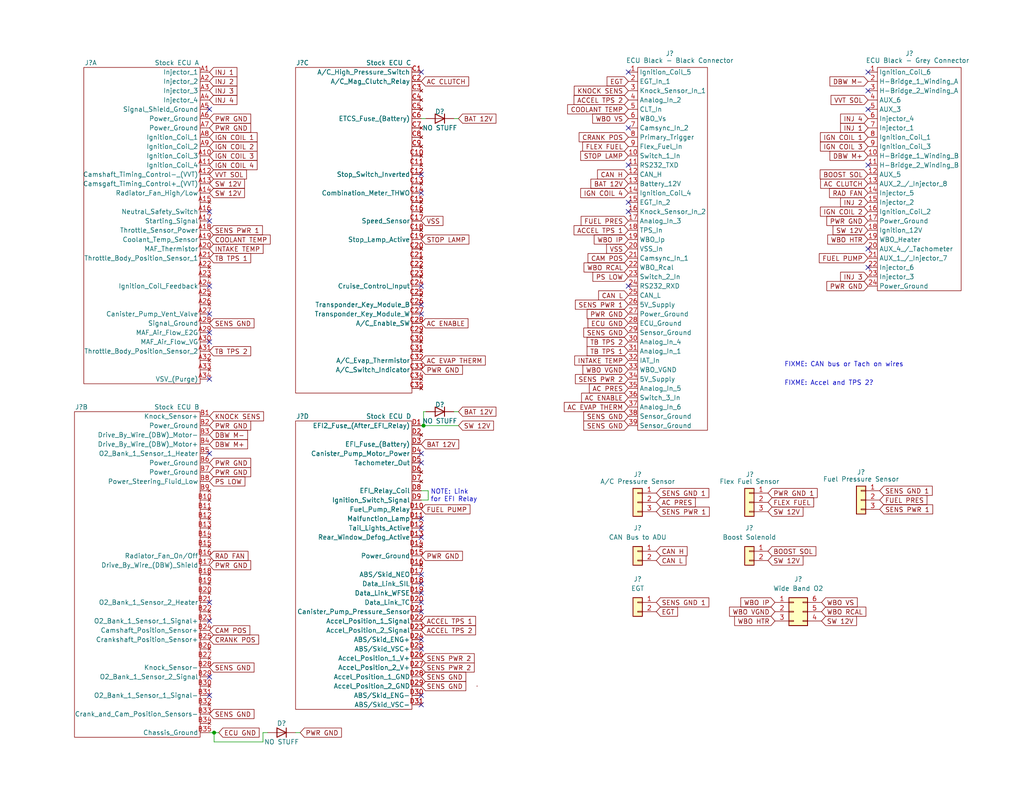
<source format=kicad_sch>
(kicad_sch (version 20211123) (generator eeschema)
  (paper "USLetter")
  (title_block (title "Corolla 2006 DBW Stock Harness to EMU Black") (date "2023-04-04") (rev "v0.1") (company "DadBodCarMod, LLC") (comment 1 "Toyota Corolla 2006 w/ Drive-by-Wire (DBW)") (comment 2 "ECU Masters EMU Black") (comment 3 "Without Anti-lock Brake System (ABS)") (comment 4 "Wired for use with ECU Masters ADU as dash"))
  (junction (at 58.42 200.025))
  (junction (at 115.57 116.205))
  (no_connect (at 114.935 141.605))
  (no_connect (at 114.935 146.685))
  (no_connect (at 114.935 144.145))
  (no_connect (at 114.935 177.165))
  (no_connect (at 114.935 174.625))
  (no_connect (at 114.935 164.465))
  (no_connect (at 114.935 167.005))
  (no_connect (at 114.935 161.925))
  (no_connect (at 114.935 159.385))
  (no_connect (at 114.935 156.845))
  (no_connect (at 114.935 192.405))
  (no_connect (at 114.935 189.865))
  (no_connect (at 171.45 57.785))
  (no_connect (at 57.15 123.825))
  (no_connect (at 171.45 78.105))
  (no_connect (at 171.45 19.685))
  (no_connect (at 171.45 45.085))
  (no_connect (at 171.45 34.925))
  (no_connect (at 171.45 55.245))
  (no_connect (at 236.855 19.685))
  (no_connect (at 236.855 24.765))
  (no_connect (at 236.855 45.085))
  (no_connect (at 57.15 184.785))
  (no_connect (at 57.15 164.465))
  (no_connect (at 57.15 169.545))
  (no_connect (at 57.15 189.865))
  (no_connect (at 57.15 60.325))
  (no_connect (at 57.15 78.105))
  (no_connect (at 57.15 103.505))
  (no_connect (at 57.15 29.845))
  (no_connect (at 57.15 57.785))
  (no_connect (at 57.15 85.725))
  (no_connect (at 57.15 90.805))
  (no_connect (at 57.15 93.345))
  (no_connect (at 236.855 67.945))
  (no_connect (at 114.935 126.365))
  (no_connect (at 114.935 123.825))
  (no_connect (at 114.935 47.625))
  (no_connect (at 114.935 52.705))
  (no_connect (at 114.935 19.685))
  (no_connect (at 236.855 73.025))
  (no_connect (at 114.935 78.105))
  (no_connect (at 114.935 83.185))
  (no_connect (at 114.935 85.725))
  (no_connect (at 236.855 29.845))
  (wire (pts (xy 73.025 200.025) (xy 71.755 200.025)))
  (wire (pts (xy 58.42 200.025) (xy 59.69 200.025)))
  (wire (pts (xy 71.755 202.565) (xy 58.42 202.565)))
  (wire (pts (xy 114.935 136.525) (xy 116.84 136.525)))
  (wire (pts (xy 123.825 32.385) (xy 125.095 32.385)))
  (wire (pts (xy 115.57 112.395) (xy 115.57 116.205)))
  (wire (pts (xy 116.84 136.525) (xy 116.84 133.985)))
  (wire (pts (xy 80.645 200.025) (xy 81.915 200.025)))
  (wire (pts (xy 114.935 116.205) (xy 115.57 116.205)))
  (wire (pts (xy 57.15 200.025) (xy 58.42 200.025)))
  (wire (pts (xy 123.825 112.395) (xy 125.095 112.395)))
  (wire (pts (xy 71.755 200.025) (xy 71.755 202.565)))
  (wire (pts (xy 116.84 133.985) (xy 114.935 133.985)))
  (wire (pts (xy 114.935 32.385) (xy 116.205 32.385)))
  (wire (pts (xy 58.42 202.565) (xy 58.42 200.025)))
  (wire (pts (xy 116.205 112.395) (xy 115.57 112.395)))
  (wire (pts (xy 115.57 116.205) (xy 125.095 116.205)))
  (text "FIXME: Accel and TPS 2?" (at 213.995 105.41 0) (effects (font (size 1.27 1.27)) (justify left bottom)))
  (text "FIXME: CAN bus or Tach on wires" (at 213.995 100.33 0) (effects (font (size 1.27 1.27)) (justify left bottom)))
  (text "NOTE: Link\nfor EFI Relay" (at 117.475 137.16 0) (effects (font (size 1.27 1.27)) (justify left bottom)))
  (global_label "INJ 2" (shape input) (at 236.855 55.245 180) (property "Intersheet References" "${INTERSHEET_REFS}" (effects hide)))
  (global_label "BAT 12V" (shape input) (at 125.095 112.395 0) (property "Intersheet References" "${INTERSHEET_REFS}" (effects hide)))
  (global_label "RAD FAN" (shape input) (at 57.15 151.765 0) (property "Intersheet References" "${INTERSHEET_REFS}" (effects hide)))
  (global_label "WBO VGND" (shape input) (at 171.45 100.965 180) (property "Intersheet References" "${INTERSHEET_REFS}" (effects hide)))
  (global_label "KNOCK SENS" (shape input) (at 171.45 24.765 180) (property "Intersheet References" "${INTERSHEET_REFS}" (effects hide)))
  (global_label "SENS PWR 1" (shape input) (at 179.07 139.7 0) (property "Intersheet References" "${INTERSHEET_REFS}" (effects hide)))
  (global_label "PWR GND" (shape input) (at 57.15 154.305 0) (property "Intersheet References" "${INTERSHEET_REFS}" (effects hide)))
  (global_label "CRANK POS" (shape input) (at 171.45 37.465 180) (property "Intersheet References" "${INTERSHEET_REFS}" (effects hide)))
  (global_label "PS LOW" (shape input) (at 57.15 131.445 0) (property "Intersheet References" "${INTERSHEET_REFS}" (effects hide)))
  (global_label "WBO RCAL" (shape input) (at 224.155 167.005 0) (property "Intersheet References" "${INTERSHEET_REFS}" (effects hide)))
  (global_label "AC CLUTCH" (shape input) (at 236.855 50.165 180) (property "Intersheet References" "${INTERSHEET_REFS}" (effects hide)))
  (global_label "AC PRES" (shape input) (at 171.45 106.045 180) (property "Intersheet References" "${INTERSHEET_REFS}" (effects hide)))
  (global_label "WBO IP" (shape input) (at 211.455 164.465 180) (property "Intersheet References" "${INTERSHEET_REFS}" (effects hide)))
  (global_label "PS LOW" (shape input) (at 171.45 75.565 180) (property "Intersheet References" "${INTERSHEET_REFS}" (effects hide)))
  (global_label "SENS PWR 1" (shape input) (at 240.03 139.065 0) (property "Intersheet References" "${INTERSHEET_REFS}" (effects hide)))
  (global_label "FLEX FUEL" (shape input) (at 171.45 40.005 180) (property "Intersheet References" "${INTERSHEET_REFS}" (effects hide)))
  (global_label "SENS PWR 2" (shape input) (at 114.935 179.705 0) (property "Intersheet References" "${INTERSHEET_REFS}" (effects hide)))
  (global_label "SENS PWR 2" (shape input) (at 114.935 182.245 0) (property "Intersheet References" "${INTERSHEET_REFS}" (effects hide)))
  (global_label "SENS GND" (shape input) (at 57.15 194.945 0) (property "Intersheet References" "${INTERSHEET_REFS}" (effects hide)))
  (global_label "IGN COIL 2" (shape input) (at 236.855 57.785 180) (property "Intersheet References" "${INTERSHEET_REFS}" (effects hide)))
  (global_label "FUEL PRES" (shape input) (at 171.45 60.325 180) (property "Intersheet References" "${INTERSHEET_REFS}" (effects hide)))
  (global_label "WBO VS" (shape input) (at 171.45 32.385 180) (property "Intersheet References" "${INTERSHEET_REFS}" (effects hide)))
  (global_label "SW 12V" (shape input) (at 209.55 139.7 0) (property "Intersheet References" "${INTERSHEET_REFS}" (effects hide)))
  (global_label "TB TPS 2" (shape input) (at 171.45 93.345 180) (property "Intersheet References" "${INTERSHEET_REFS}" (effects hide)))
  (global_label "INJ 1" (shape input) (at 57.15 19.685 0) (property "Intersheet References" "${INTERSHEET_REFS}" (effects hide)))
  (global_label "SENS GND" (shape input) (at 171.45 113.665 180) (property "Intersheet References" "${INTERSHEET_REFS}" (effects hide)))
  (global_label "WBO RCAL" (shape input) (at 171.45 73.025 180) (property "Intersheet References" "${INTERSHEET_REFS}" (effects hide)))
  (global_label "BAT 12V" (shape input) (at 171.45 50.165 180) (property "Intersheet References" "${INTERSHEET_REFS}" (effects hide)))
  (global_label "IGN COIL 3" (shape input) (at 57.15 42.545 0) (property "Intersheet References" "${INTERSHEET_REFS}" (effects hide)))
  (global_label "IGN COIL 1" (shape input) (at 57.15 37.465 0) (property "Intersheet References" "${INTERSHEET_REFS}" (effects hide)))
  (global_label "INJ 1" (shape input) (at 236.855 34.925 180) (property "Intersheet References" "${INTERSHEET_REFS}" (effects hide)))
  (global_label "SW 12V" (shape input) (at 236.855 62.865 180) (property "Intersheet References" "${INTERSHEET_REFS}" (effects hide)))
  (global_label "RAD FAN" (shape input) (at 236.855 52.705 180) (property "Intersheet References" "${INTERSHEET_REFS}" (effects hide)))
  (global_label "IGN COIL 2" (shape input) (at 57.15 40.005 0) (property "Intersheet References" "${INTERSHEET_REFS}" (effects hide)))
  (global_label "IGN COIL 3" (shape input) (at 236.855 40.005 180) (property "Intersheet References" "${INTERSHEET_REFS}" (effects hide)))
  (global_label "PWR GND 1" (shape input) (at 209.55 134.62 0) (property "Intersheet References" "${INTERSHEET_REFS}" (effects hide)))
  (global_label "TB TPS 1" (shape input) (at 57.15 70.485 0) (property "Intersheet References" "${INTERSHEET_REFS}" (effects hide)))
  (global_label "KNOCK SENS" (shape input) (at 57.15 113.665 0) (property "Intersheet References" "${INTERSHEET_REFS}" (effects hide)))
  (global_label "DBW M+" (shape input) (at 236.855 42.545 180) (property "Intersheet References" "${INTERSHEET_REFS}" (effects hide)))
  (global_label "VVT SOL" (shape input) (at 236.855 27.305 180) (property "Intersheet References" "${INTERSHEET_REFS}" (effects hide)))
  (global_label "STOP LAMP" (shape input) (at 171.45 42.545 180) (property "Intersheet References" "${INTERSHEET_REFS}" (effects hide)))
  (global_label "IGN COIL 1" (shape input) (at 236.855 37.465 180) (property "Intersheet References" "${INTERSHEET_REFS}" (effects hide)))
  (global_label "DBW M-" (shape input) (at 236.855 22.225 180) (property "Intersheet References" "${INTERSHEET_REFS}" (effects hide)))
  (global_label "IGN COIL 4" (shape input) (at 57.15 45.085 0) (property "Intersheet References" "${INTERSHEET_REFS}" (effects hide)))
  (global_label "COOLANT TEMP" (shape input) (at 57.15 65.405 0) (property "Intersheet References" "${INTERSHEET_REFS}" (effects hide)))
  (global_label "EGT" (shape input) (at 179.07 167.005 0) (property "Intersheet References" "${INTERSHEET_REFS}" (effects hide)))
  (global_label "SENS GND 1" (shape input) (at 240.03 133.985 0) (property "Intersheet References" "${INTERSHEET_REFS}" (effects hide)))
  (global_label "INJ 4" (shape input) (at 57.15 27.305 0) (property "Intersheet References" "${INTERSHEET_REFS}" (effects hide)))
  (global_label "AC EVAP THERM" (shape input) (at 114.935 98.425 0) (property "Intersheet References" "${INTERSHEET_REFS}" (effects hide)))
  (global_label "TB TPS 2" (shape input) (at 57.15 95.885 0) (property "Intersheet References" "${INTERSHEET_REFS}" (effects hide)))
  (global_label "WBO IP" (shape input) (at 171.45 65.405 180) (property "Intersheet References" "${INTERSHEET_REFS}" (effects hide)))
  (global_label "CAN L" (shape input) (at 171.45 80.645 180) (property "Intersheet References" "${INTERSHEET_REFS}" (effects hide)))
  (global_label "BOOST SOL" (shape input) (at 209.55 150.495 0) (property "Intersheet References" "${INTERSHEET_REFS}" (effects hide)))
  (global_label "SENS GND" (shape input) (at 114.935 184.785 0) (property "Intersheet References" "${INTERSHEET_REFS}" (effects hide)))
  (global_label "INJ 3" (shape input) (at 57.15 24.765 0) (property "Intersheet References" "${INTERSHEET_REFS}" (effects hide)))
  (global_label "CAN H" (shape input) (at 171.45 47.625 180) (property "Intersheet References" "${INTERSHEET_REFS}" (effects hide)))
  (global_label "EGT" (shape input) (at 171.45 22.225 180) (property "Intersheet References" "${INTERSHEET_REFS}" (effects hide)))
  (global_label "PWR GND" (shape input) (at 57.15 128.905 0) (property "Intersheet References" "${INTERSHEET_REFS}" (effects hide)))
  (global_label "AC CLUTCH" (shape input) (at 114.935 22.225 0) (property "Intersheet References" "${INTERSHEET_REFS}" (effects hide)))
  (global_label "WBO VGND" (shape input) (at 211.455 167.005 180) (property "Intersheet References" "${INTERSHEET_REFS}" (effects hide)))
  (global_label "PWR GND" (shape input) (at 57.15 32.385 0) (property "Intersheet References" "${INTERSHEET_REFS}" (effects hide)))
  (global_label "SW 12V" (shape input) (at 57.15 50.165 0) (property "Intersheet References" "${INTERSHEET_REFS}" (effects hide)))
  (global_label "AC ENABLE" (shape input) (at 114.935 88.265 0) (property "Intersheet References" "${INTERSHEET_REFS}" (effects hide)))
  (global_label "SW 12V" (shape input) (at 57.15 52.705 0) (property "Intersheet References" "${INTERSHEET_REFS}" (effects hide)))
  (global_label "DBW M-" (shape input) (at 57.15 118.745 0) (property "Intersheet References" "${INTERSHEET_REFS}" (effects hide)))
  (global_label "FLEX FUEL" (shape input) (at 209.55 137.16 0) (property "Intersheet References" "${INTERSHEET_REFS}" (effects hide)))
  (global_label "CAM POS" (shape input) (at 171.45 70.485 180) (property "Intersheet References" "${INTERSHEET_REFS}" (effects hide)))
  (global_label "COOLANT TEMP" (shape input) (at 171.45 29.845 180) (property "Intersheet References" "${INTERSHEET_REFS}" (effects hide)))
  (global_label "BOOST SOL" (shape input) (at 236.855 47.625 180) (property "Intersheet References" "${INTERSHEET_REFS}" (effects hide)))
  (global_label "CAN H" (shape input) (at 179.07 150.495 0) (property "Intersheet References" "${INTERSHEET_REFS}" (effects hide)))
  (global_label "PWR GND" (shape input) (at 81.915 200.025 0) (property "Intersheet References" "${INTERSHEET_REFS}" (effects hide)))
  (global_label "WBO HTR" (shape input) (at 211.455 169.545 180) (property "Intersheet References" "${INTERSHEET_REFS}" (effects hide)))
  (global_label "FUEL PUMP" (shape input) (at 114.935 139.065 0) (property "Intersheet References" "${INTERSHEET_REFS}" (effects hide)))
  (global_label "SENS PWR 1" (shape input) (at 57.15 62.865 0) (property "Intersheet References" "${INTERSHEET_REFS}" (effects hide)))
  (global_label "ECU GND" (shape input) (at 171.45 88.265 180) (property "Intersheet References" "${INTERSHEET_REFS}" (effects hide)))
  (global_label "SENS PWR 2" (shape input) (at 171.45 103.505 180) (property "Intersheet References" "${INTERSHEET_REFS}" (effects hide)))
  (global_label "FUEL PUMP" (shape input) (at 236.855 70.485 180) (property "Intersheet References" "${INTERSHEET_REFS}" (effects hide)))
  (global_label "VSS" (shape input) (at 171.45 67.945 180) (property "Intersheet References" "${INTERSHEET_REFS}" (effects hide)))
  (global_label "WBO VS" (shape input) (at 224.155 164.465 0) (property "Intersheet References" "${INTERSHEET_REFS}" (effects hide)))
  (global_label "VVT SOL" (shape input) (at 57.15 47.625 0) (property "Intersheet References" "${INTERSHEET_REFS}" (effects hide)))
  (global_label "PWR GND" (shape input) (at 114.935 100.965 0) (property "Intersheet References" "${INTERSHEET_REFS}" (effects hide)))
  (global_label "PWR GND" (shape input) (at 57.15 126.365 0) (property "Intersheet References" "${INTERSHEET_REFS}" (effects hide)))
  (global_label "DBW M+" (shape input) (at 57.15 121.285 0) (property "Intersheet References" "${INTERSHEET_REFS}" (effects hide)))
  (global_label "WBO HTR" (shape input) (at 236.855 65.405 180) (property "Intersheet References" "${INTERSHEET_REFS}" (effects hide)))
  (global_label "SENS GND 1" (shape input) (at 179.07 134.62 0) (property "Intersheet References" "${INTERSHEET_REFS}" (effects hide)))
  (global_label "SENS GND" (shape input) (at 57.15 88.265 0) (property "Intersheet References" "${INTERSHEET_REFS}" (effects hide)))
  (global_label "CAN L" (shape input) (at 179.07 153.035 0) (property "Intersheet References" "${INTERSHEET_REFS}" (effects hide)))
  (global_label "SW 12V" (shape input) (at 209.55 153.035 0) (property "Intersheet References" "${INTERSHEET_REFS}" (effects hide)))
  (global_label "INJ 4" (shape input) (at 236.855 32.385 180) (property "Intersheet References" "${INTERSHEET_REFS}" (effects hide)))
  (global_label "AC EVAP THERM" (shape input) (at 171.45 111.125 180) (property "Intersheet References" "${INTERSHEET_REFS}" (effects hide)))
  (global_label "INTAKE TEMP" (shape input) (at 171.45 98.425 180) (property "Intersheet References" "${INTERSHEET_REFS}" (effects hide)))
  (global_label "BAT 12V" (shape input) (at 125.095 32.385 0) (property "Intersheet References" "${INTERSHEET_REFS}" (effects hide)))
  (global_label "SENS GND" (shape input) (at 171.45 116.205 180) (property "Intersheet References" "${INTERSHEET_REFS}" (effects hide)))
  (global_label "CAM POS" (shape input) (at 57.15 172.085 0) (property "Intersheet References" "${INTERSHEET_REFS}" (effects hide)))
  (global_label "ACCEL TPS 1" (shape input) (at 114.935 169.545 0) (property "Intersheet References" "${INTERSHEET_REFS}" (effects hide)))
  (global_label "PWR GND" (shape input) (at 114.935 151.765 0) (property "Intersheet References" "${INTERSHEET_REFS}" (effects hide)))
  (global_label "BAT 12V" (shape input) (at 114.935 121.285 0) (property "Intersheet References" "${INTERSHEET_REFS}" (effects hide)))
  (global_label "PWR GND" (shape input) (at 236.855 78.105 180) (property "Intersheet References" "${INTERSHEET_REFS}" (effects hide)))
  (global_label "ACCEL TPS 2" (shape input) (at 171.45 27.305 180) (property "Intersheet References" "${INTERSHEET_REFS}" (effects hide)))
  (global_label "FUEL PRES" (shape input) (at 240.03 136.525 0) (property "Intersheet References" "${INTERSHEET_REFS}" (effects hide)))
  (global_label "ACCEL TPS 1" (shape input) (at 171.45 62.865 180) (property "Intersheet References" "${INTERSHEET_REFS}" (effects hide)))
  (global_label "SENS GND" (shape input) (at 57.15 182.245 0) (property "Intersheet References" "${INTERSHEET_REFS}" (effects hide)))
  (global_label "PWR GND" (shape input) (at 171.45 85.725 180) (property "Intersheet References" "${INTERSHEET_REFS}" (effects hide)))
  (global_label "PWR GND" (shape input) (at 57.15 34.925 0) (property "Intersheet References" "${INTERSHEET_REFS}" (effects hide)))
  (global_label "INJ 2" (shape input) (at 57.15 22.225 0) (property "Intersheet References" "${INTERSHEET_REFS}" (effects hide)))
  (global_label "AC PRES" (shape input) (at 179.07 137.16 0) (property "Intersheet References" "${INTERSHEET_REFS}" (effects hide)))
  (global_label "IGN COIL 4" (shape input) (at 171.45 52.705 180) (property "Intersheet References" "${INTERSHEET_REFS}" (effects hide)))
  (global_label "PWR GND" (shape input) (at 236.855 60.325 180) (property "Intersheet References" "${INTERSHEET_REFS}" (effects hide)))
  (global_label "ECU GND" (shape input) (at 59.69 200.025 0) (property "Intersheet References" "${INTERSHEET_REFS}" (effects hide)))
  (global_label "AC ENABLE" (shape input) (at 171.45 108.585 180) (property "Intersheet References" "${INTERSHEET_REFS}" (effects hide)))
  (global_label "SENS GND 1" (shape input) (at 179.07 164.465 0) (property "Intersheet References" "${INTERSHEET_REFS}" (effects hide)))
  (global_label "PWR GND" (shape input) (at 57.15 116.205 0) (property "Intersheet References" "${INTERSHEET_REFS}" (effects hide)))
  (global_label "SENS GND" (shape input) (at 114.935 187.325 0) (property "Intersheet References" "${INTERSHEET_REFS}" (effects hide)))
  (global_label "CRANK POS" (shape input) (at 57.15 174.625 0) (property "Intersheet References" "${INTERSHEET_REFS}" (effects hide)))
  (global_label "ACCEL TPS 2" (shape input) (at 114.935 172.085 0) (property "Intersheet References" "${INTERSHEET_REFS}" (effects hide)))
  (global_label "STOP LAMP" (shape input) (at 114.935 65.405 0) (property "Intersheet References" "${INTERSHEET_REFS}" (effects hide)))
  (global_label "VSS" (shape input) (at 114.935 60.325 0) (property "Intersheet References" "${INTERSHEET_REFS}" (effects hide)))
  (global_label "SW 12V" (shape input) (at 224.155 169.545 0) (property "Intersheet References" "${INTERSHEET_REFS}" (effects hide)))
  (global_label "TB TPS 1" (shape input) (at 171.45 95.885 180) (property "Intersheet References" "${INTERSHEET_REFS}" (effects hide)))
  (global_label "SENS PWR 1" (shape input) (at 171.45 83.185 180) (property "Intersheet References" "${INTERSHEET_REFS}" (effects hide)))
  (global_label "INTAKE TEMP" (shape input) (at 57.15 67.945 0) (property "Intersheet References" "${INTERSHEET_REFS}" (effects hide)))
  (global_label "SENS GND" (shape input) (at 171.45 90.805 180) (property "Intersheet References" "${INTERSHEET_REFS}" (effects hide)))
  (global_label "INJ 3" (shape input) (at 236.855 75.565 180) (property "Intersheet References" "${INTERSHEET_REFS}" (effects hide)))
  (global_label "SW 12V" (shape input) (at 125.095 116.205 0) (property "Intersheet References" "${INTERSHEET_REFS}" (effects hide)))
  (symbol (lib_id "ECU_Masters:ECU Black - Black Connector") (at 173.99 18.415 0) (unit 1)
    (property "Reference" "J?" (at 181.61 14.605 0) (effects (justify left)))
    (property "Value" "ECU Black - Black Connector" (at 170.815 16.51 0) (effects (justify left)))
  )
  (symbol (lib_id "Device:D") (at 76.835 200.025 0) (mirror y) (unit 1)
    (property "Reference" "D?" (at 76.835 197.485 0))
    (property "Value" "NO STUFF" (at 76.835 202.565 0))
  )
  (symbol (lib_name "Corolla_2006_DBW_ECU_3") (lib_id "toyota:Corolla_2006_DBW_ECU") (at 112.395 112.395 0) (unit 4)
    (property "Reference" "J?" (at 82.55 113.665 0))
    (property "Value" "Stock ECU D" (at 106.045 113.665 0))
  )
  (symbol (lib_id "Connector_Generic:Conn_01x03") (at 204.47 137.16 0) (mirror y) (unit 1)
    (property "Reference" "J?" (at 205.74 129.54 0) (effects (justify left)))
    (property "Value" "Flex Fuel Sensor" (at 212.725 131.445 0) (effects (justify left)))
  )
  (symbol (lib_id "Connector_Generic:Conn_01x03") (at 234.95 136.525 0) (mirror y) (unit 1)
    (property "Reference" "J?" (at 234.95 128.905 0))
    (property "Value" "Fuel Pressure Sensor" (at 234.95 130.81 0))
  )
  (symbol (lib_id "Device:D") (at 120.015 32.385 180) (unit 1)
    (property "Reference" "D?" (at 120.015 30.48 0))
    (property "Value" "NO STUFF" (at 120.015 34.925 0))
  )
  (symbol (lib_id "Connector_Generic:Conn_01x02") (at 173.99 150.495 0) (mirror y) (unit 1)
    (property "Reference" "J?" (at 173.99 144.145 0))
    (property "Value" "CAN Bus to ADU" (at 173.99 146.685 0))
  )
  (symbol (lib_name "Corolla_2006_DBW_ECU_1") (lib_id "toyota:Corolla_2006_DBW_ECU") (at 54.61 15.875 0) (unit 1)
    (property "Reference" "J?" (at 24.765 17.145 0))
    (property "Value" "Stock ECU A" (at 48.26 17.145 0))
  )
  (symbol (lib_id "toyota:Corolla_2006_DBW_ECU") (at 54.61 109.855 0) (unit 2)
    (property "Reference" "J?" (at 22.225 111.125 0))
    (property "Value" "Stock ECU B" (at 48.26 111.125 0))
  )
  (symbol (lib_id "Device:D") (at 120.015 112.395 180) (unit 1)
    (property "Reference" "D?" (at 120.015 110.49 0))
    (property "Value" "NO STUFF" (at 120.015 114.935 0))
  )
  (symbol (lib_id "ECU_Masters:ECU Black - Grey Connector") (at 239.395 18.415 0) (unit 1)
    (property "Reference" "J?" (at 247.015 14.605 0) (effects (justify left)))
    (property "Value" "ECU Black - Grey Connector" (at 236.22 16.51 0) (effects (justify left)))
  )
  (symbol (lib_id "Connector_Generic:Conn_02x03_Counter_Clockwise") (at 216.535 167.005 0) (unit 1)
    (property "Reference" "J?" (at 217.805 158.115 0))
    (property "Value" "Wide Band O2" (at 217.805 160.655 0))
  )
  (symbol (lib_id "Connector_Generic:Conn_01x02") (at 204.47 150.495 0) (mirror y) (unit 1)
    (property "Reference" "J?" (at 204.47 144.145 0))
    (property "Value" "Boost Solenoid" (at 204.47 146.685 0))
  )
  (symbol (lib_id "Connector_Generic:Conn_01x03") (at 173.99 137.16 0) (mirror y) (unit 1)
    (property "Reference" "J?" (at 173.99 129.54 0))
    (property "Value" "A/C Pressure Sensor" (at 173.99 131.445 0))
  )
  (symbol (lib_name "Corolla_2006_DBW_ECU_2") (lib_id "toyota:Corolla_2006_DBW_ECU") (at 112.395 15.875 0) (unit 3)
    (property "Reference" "J?" (at 82.55 17.145 0))
    (property "Value" "Stock ECU C" (at 106.045 17.145 0))
  )
  (symbol (lib_id "Connector_Generic:Conn_01x02") (at 173.99 164.465 0) (mirror y) (unit 1)
    (property "Reference" "J?" (at 173.99 158.115 0))
    (property "Value" "EGT" (at 173.99 160.655 0))
  )
)
</source>
